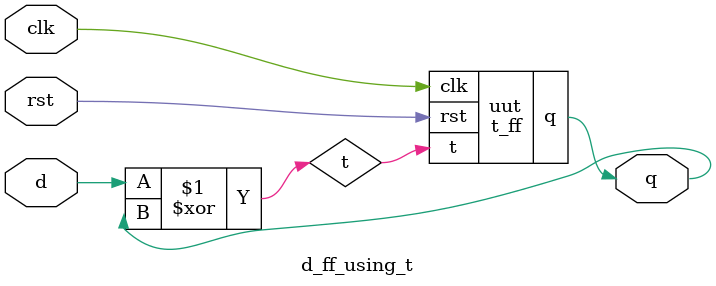
<source format=v>
module t_ff(
    input wire t,
    input wire clk,
    input wire rst,
    output reg q
);
    always @(posedge clk or posedge rst) begin
        if (rst)
            q <= 1'b0;
        else if (t)
            q <= ~q;   // Toggle
        else
            q <= q;    // Hold
    end
endmodule

// ------------------------------
// D Flip-Flop Using T Flip-Flop
// ------------------------------
module d_ff_using_t(
    input wire d,
    input wire clk,
    input wire rst,
    output wire q
);
    wire t;

    // T input logic: T = D XOR Q
    assign t = d ^ q;

    // Instantiate T flip-flop
    t_ff uut (
        .t(t),
        .clk(clk),
        .rst(rst),
        .q(q)
    );
endmodule

</source>
